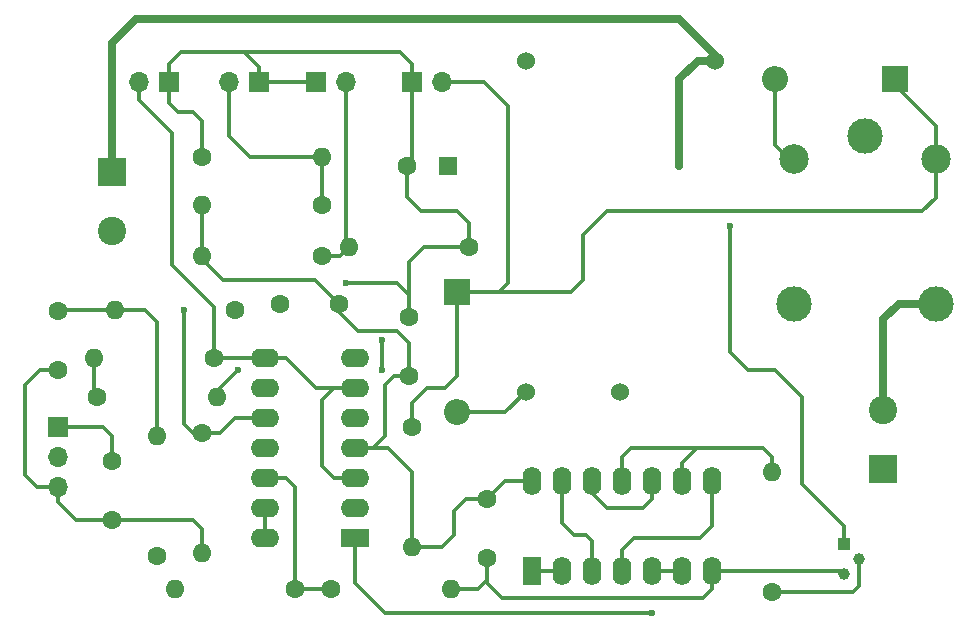
<source format=gbr>
G04 #@! TF.FileFunction,Copper,L2,Bot,Signal*
%FSLAX46Y46*%
G04 Gerber Fmt 4.6, Leading zero omitted, Abs format (unit mm)*
G04 Created by KiCad (PCBNEW 4.0.7-e2-6376~58~ubuntu16.04.1) date Sun Mar 17 12:09:54 2019*
%MOMM*%
%LPD*%
G01*
G04 APERTURE LIST*
%ADD10C,0.100000*%
%ADD11C,1.600000*%
%ADD12R,2.200000X2.200000*%
%ADD13O,2.200000X2.200000*%
%ADD14R,1.700000X1.700000*%
%ADD15O,1.700000X1.700000*%
%ADD16R,2.400000X2.400000*%
%ADD17C,2.400000*%
%ADD18C,2.500000*%
%ADD19C,3.000000*%
%ADD20C,1.000000*%
%ADD21R,1.000000X1.000000*%
%ADD22O,1.600000X1.600000*%
%ADD23R,2.400000X1.600000*%
%ADD24O,2.400000X1.600000*%
%ADD25C,1.524000*%
%ADD26R,1.600000X2.400000*%
%ADD27O,1.600000X2.400000*%
%ADD28R,1.600000X1.600000*%
%ADD29C,0.600000*%
%ADD30C,0.350000*%
%ADD31C,0.700000*%
G04 APERTURE END LIST*
D10*
D11*
X131572000Y-45720000D03*
X136572000Y-45720000D03*
X142494000Y-51816000D03*
X142494000Y-46816000D03*
X117348000Y-64008000D03*
X117348000Y-59008000D03*
X112776000Y-51308000D03*
X112776000Y-46308000D03*
D12*
X146558000Y-44704000D03*
D13*
X146558000Y-54864000D03*
D12*
X183642000Y-26670000D03*
D13*
X173482000Y-26670000D03*
D14*
X142748000Y-26924000D03*
D15*
X145288000Y-26924000D03*
D14*
X134620000Y-26924000D03*
D15*
X137160000Y-26924000D03*
D14*
X129794000Y-26924000D03*
D15*
X127254000Y-26924000D03*
D16*
X117348000Y-34544000D03*
D17*
X117348000Y-39544000D03*
D14*
X122174000Y-26924000D03*
D15*
X119634000Y-26924000D03*
D16*
X182626000Y-59690000D03*
D17*
X182626000Y-54690000D03*
D18*
X175052000Y-33446000D03*
D19*
X175052000Y-45646000D03*
X187102000Y-45696000D03*
D18*
X187052000Y-33446000D03*
D19*
X181102000Y-31496000D03*
D20*
X180594000Y-67310000D03*
X179324000Y-68580000D03*
D21*
X179324000Y-66040000D03*
D11*
X135128000Y-41656000D03*
D22*
X124968000Y-41656000D03*
D11*
X147574000Y-40894000D03*
D22*
X137414000Y-40894000D03*
D11*
X135128000Y-37338000D03*
D22*
X124968000Y-37338000D03*
D11*
X124968000Y-33274000D03*
D22*
X135128000Y-33274000D03*
D11*
X142748000Y-56134000D03*
D22*
X142748000Y-66294000D03*
D11*
X121158000Y-67056000D03*
D22*
X121158000Y-56896000D03*
D11*
X116078000Y-53594000D03*
D22*
X126238000Y-53594000D03*
D11*
X127762000Y-46228000D03*
D22*
X117602000Y-46228000D03*
D11*
X125984000Y-50292000D03*
D22*
X115824000Y-50292000D03*
D11*
X173228000Y-70104000D03*
D22*
X173228000Y-59944000D03*
D11*
X132842000Y-69850000D03*
D22*
X122682000Y-69850000D03*
D11*
X124968000Y-56642000D03*
D22*
X124968000Y-66802000D03*
D11*
X135890000Y-69850000D03*
D22*
X146050000Y-69850000D03*
D23*
X137922000Y-65532000D03*
D24*
X130302000Y-50292000D03*
X137922000Y-62992000D03*
X130302000Y-52832000D03*
X137922000Y-60452000D03*
X130302000Y-55372000D03*
X137922000Y-57912000D03*
X130302000Y-57912000D03*
X137922000Y-55372000D03*
X130302000Y-60452000D03*
X137922000Y-52832000D03*
X130302000Y-62992000D03*
X137922000Y-50292000D03*
X130302000Y-65532000D03*
D25*
X152352000Y-25114000D03*
X168352000Y-25114000D03*
X152352000Y-53114000D03*
X160352000Y-53114000D03*
D26*
X152908000Y-68326000D03*
D27*
X168148000Y-60706000D03*
X155448000Y-68326000D03*
X165608000Y-60706000D03*
X157988000Y-68326000D03*
X163068000Y-60706000D03*
X160528000Y-68326000D03*
X160528000Y-60706000D03*
X163068000Y-68326000D03*
X157988000Y-60706000D03*
X165608000Y-68326000D03*
X155448000Y-60706000D03*
X168148000Y-68326000D03*
X152908000Y-60706000D03*
D14*
X112776000Y-56134000D03*
D15*
X112776000Y-58674000D03*
X112776000Y-61214000D03*
D11*
X149098000Y-62230000D03*
X149098000Y-67230000D03*
D28*
X145796000Y-34036000D03*
D11*
X142296000Y-34036000D03*
D29*
X137160000Y-43942000D03*
X128016000Y-51308000D03*
X140208000Y-51308000D03*
X140208000Y-48768000D03*
X165354000Y-34036000D03*
X163068000Y-71882000D03*
X169672000Y-39116000D03*
X123444000Y-46228000D03*
D30*
X142494000Y-44958000D02*
X142494000Y-44704000D01*
X141478000Y-43942000D02*
X142494000Y-44958000D01*
X137160000Y-43942000D02*
X141478000Y-43942000D01*
X126238000Y-53594000D02*
X126238000Y-53086000D01*
X126238000Y-53086000D02*
X128016000Y-51308000D01*
X142748000Y-26924000D02*
X142748000Y-33584000D01*
X142748000Y-33584000D02*
X142296000Y-34036000D01*
X147574000Y-40894000D02*
X147574000Y-38862000D01*
X142296000Y-36632000D02*
X142296000Y-34036000D01*
X143510000Y-37846000D02*
X142296000Y-36632000D01*
X146558000Y-37846000D02*
X143510000Y-37846000D01*
X147574000Y-38862000D02*
X146558000Y-37846000D01*
X124968000Y-33274000D02*
X124968000Y-30226000D01*
X122174000Y-28702000D02*
X122174000Y-26924000D01*
X122936000Y-29464000D02*
X122174000Y-28702000D01*
X124206000Y-29464000D02*
X122936000Y-29464000D01*
X124968000Y-30226000D02*
X124206000Y-29464000D01*
X128524000Y-24384000D02*
X141732000Y-24384000D01*
X142748000Y-25400000D02*
X142748000Y-26924000D01*
X141732000Y-24384000D02*
X142748000Y-25400000D01*
X122174000Y-26924000D02*
X122174000Y-25400000D01*
X129794000Y-25654000D02*
X129794000Y-26924000D01*
X128524000Y-24384000D02*
X129794000Y-25654000D01*
X123190000Y-24384000D02*
X128524000Y-24384000D01*
X122174000Y-25400000D02*
X123190000Y-24384000D01*
X129794000Y-26924000D02*
X134620000Y-26924000D01*
X142494000Y-46816000D02*
X142494000Y-44704000D01*
X142494000Y-44704000D02*
X142494000Y-42164000D01*
X143764000Y-40894000D02*
X147574000Y-40894000D01*
X142494000Y-42164000D02*
X143764000Y-40894000D01*
X149098000Y-69088000D02*
X149098000Y-69342000D01*
X168148000Y-69850000D02*
X168148000Y-68326000D01*
X167386000Y-70612000D02*
X168148000Y-69850000D01*
X150368000Y-70612000D02*
X167386000Y-70612000D01*
X149098000Y-69342000D02*
X150368000Y-70612000D01*
X149098000Y-67230000D02*
X149098000Y-69088000D01*
X148336000Y-69850000D02*
X146050000Y-69850000D01*
X149098000Y-69088000D02*
X148336000Y-69850000D01*
X168148000Y-68326000D02*
X179070000Y-68326000D01*
X179070000Y-68326000D02*
X179324000Y-68580000D01*
X142160000Y-46482000D02*
X142494000Y-46816000D01*
X117348000Y-64008000D02*
X124206000Y-64008000D01*
X124968000Y-64770000D02*
X124968000Y-66802000D01*
X124206000Y-64008000D02*
X124968000Y-64770000D01*
X112776000Y-61214000D02*
X112776000Y-62484000D01*
X114300000Y-64008000D02*
X117348000Y-64008000D01*
X112776000Y-62484000D02*
X114300000Y-64008000D01*
X112776000Y-51308000D02*
X111252000Y-51308000D01*
X110998000Y-61214000D02*
X112776000Y-61214000D01*
X109982000Y-60198000D02*
X110998000Y-61214000D01*
X109982000Y-52578000D02*
X109982000Y-60198000D01*
X111252000Y-51308000D02*
X109982000Y-52578000D01*
X136572000Y-45720000D02*
X136572000Y-46402000D01*
X136572000Y-46402000D02*
X138176000Y-48006000D01*
X142494000Y-49022000D02*
X142494000Y-51816000D01*
X141478000Y-48006000D02*
X142494000Y-49022000D01*
X138176000Y-48006000D02*
X141478000Y-48006000D01*
X124968000Y-41656000D02*
X124968000Y-41910000D01*
X124968000Y-41910000D02*
X126746000Y-43688000D01*
X134540000Y-43688000D02*
X136572000Y-45720000D01*
X126746000Y-43688000D02*
X134540000Y-43688000D01*
X137922000Y-57912000D02*
X140716000Y-57912000D01*
X142748000Y-59944000D02*
X142748000Y-66294000D01*
X140716000Y-57912000D02*
X142748000Y-59944000D01*
X137922000Y-57912000D02*
X139446000Y-57912000D01*
X141224000Y-51816000D02*
X142494000Y-51816000D01*
X140462000Y-52578000D02*
X141224000Y-51816000D01*
X140462000Y-56896000D02*
X140462000Y-52578000D01*
X139446000Y-57912000D02*
X140462000Y-56896000D01*
X124968000Y-37338000D02*
X124968000Y-41656000D01*
X142748000Y-66294000D02*
X145288000Y-66294000D01*
X145288000Y-66294000D02*
X146304000Y-65278000D01*
X146304000Y-65278000D02*
X146304000Y-63246000D01*
X146304000Y-63246000D02*
X147320000Y-62230000D01*
X147320000Y-62230000D02*
X149098000Y-62230000D01*
X152908000Y-60706000D02*
X150622000Y-60706000D01*
X150622000Y-60706000D02*
X149098000Y-62230000D01*
X117348000Y-59008000D02*
X117348000Y-56896000D01*
X116586000Y-56134000D02*
X112776000Y-56134000D01*
X117348000Y-56896000D02*
X116586000Y-56134000D01*
X117602000Y-46228000D02*
X112856000Y-46228000D01*
X112856000Y-46228000D02*
X112776000Y-46308000D01*
X121158000Y-56896000D02*
X121158000Y-47244000D01*
X120142000Y-46228000D02*
X117602000Y-46228000D01*
X121158000Y-47244000D02*
X120142000Y-46228000D01*
X145288000Y-26924000D02*
X148844000Y-26924000D01*
X150876000Y-43942000D02*
X150114000Y-44704000D01*
X150876000Y-28956000D02*
X150876000Y-43942000D01*
X148844000Y-26924000D02*
X150876000Y-28956000D01*
X142748000Y-56134000D02*
X142748000Y-54102000D01*
X146558000Y-51816000D02*
X146558000Y-44704000D01*
X145542000Y-52832000D02*
X146558000Y-51816000D01*
X144018000Y-52832000D02*
X145542000Y-52832000D01*
X142748000Y-54102000D02*
X144018000Y-52832000D01*
X146558000Y-44704000D02*
X150114000Y-44704000D01*
X150114000Y-44704000D02*
X156210000Y-44704000D01*
X187052000Y-36722000D02*
X187052000Y-33446000D01*
X185928000Y-37846000D02*
X187052000Y-36722000D01*
X159258000Y-37846000D02*
X185928000Y-37846000D01*
X157226000Y-39878000D02*
X159258000Y-37846000D01*
X157226000Y-43688000D02*
X157226000Y-39878000D01*
X156210000Y-44704000D02*
X157226000Y-43688000D01*
X183642000Y-26670000D02*
X183642000Y-27178000D01*
X183642000Y-27178000D02*
X187052000Y-30588000D01*
X187052000Y-30588000D02*
X187052000Y-33446000D01*
X137160000Y-26924000D02*
X137160000Y-40640000D01*
X137160000Y-40640000D02*
X137414000Y-40894000D01*
X135128000Y-41656000D02*
X136652000Y-41656000D01*
X136652000Y-41656000D02*
X137414000Y-40894000D01*
X140208000Y-48768000D02*
X140208000Y-51308000D01*
X127254000Y-26924000D02*
X127254000Y-31496000D01*
X129032000Y-33274000D02*
X135128000Y-33274000D01*
X127254000Y-31496000D02*
X129032000Y-33274000D01*
X135128000Y-37338000D02*
X135128000Y-33274000D01*
D31*
X117348000Y-34544000D02*
X117348000Y-23622000D01*
X165354000Y-21590000D02*
X168352000Y-24588000D01*
X119380000Y-21590000D02*
X165354000Y-21590000D01*
X117348000Y-23622000D02*
X119380000Y-21590000D01*
X168352000Y-24588000D02*
X168352000Y-25114000D01*
X166910000Y-25114000D02*
X168352000Y-25114000D01*
X165354000Y-26670000D02*
X166910000Y-25114000D01*
X165354000Y-34036000D02*
X165354000Y-26670000D01*
D30*
X137922000Y-60452000D02*
X136144000Y-60452000D01*
X135128000Y-53848000D02*
X136144000Y-52832000D01*
X135128000Y-59436000D02*
X135128000Y-53848000D01*
X136144000Y-60452000D02*
X135128000Y-59436000D01*
X119634000Y-26924000D02*
X119634000Y-28448000D01*
X125984000Y-45974000D02*
X125984000Y-50292000D01*
X122428000Y-42418000D02*
X125984000Y-45974000D01*
X122428000Y-31242000D02*
X122428000Y-42418000D01*
X119634000Y-28448000D02*
X122428000Y-31242000D01*
X130302000Y-50292000D02*
X132080000Y-50292000D01*
X134620000Y-52832000D02*
X136144000Y-52832000D01*
X136144000Y-52832000D02*
X137922000Y-52832000D01*
X132080000Y-50292000D02*
X134620000Y-52832000D01*
X125984000Y-50292000D02*
X130302000Y-50292000D01*
D31*
X182626000Y-54690000D02*
X182626000Y-46990000D01*
X183920000Y-45696000D02*
X187102000Y-45696000D01*
X182626000Y-46990000D02*
X183920000Y-45696000D01*
D30*
X173228000Y-70104000D02*
X180086000Y-70104000D01*
X180594000Y-69596000D02*
X180594000Y-67310000D01*
X180086000Y-70104000D02*
X180594000Y-69596000D01*
X115824000Y-50292000D02*
X115824000Y-53340000D01*
X115824000Y-53340000D02*
X116078000Y-53594000D01*
X157988000Y-60706000D02*
X157988000Y-61722000D01*
X157988000Y-61722000D02*
X159258000Y-62992000D01*
X159258000Y-62992000D02*
X162306000Y-62992000D01*
X162306000Y-62992000D02*
X163068000Y-62230000D01*
X163068000Y-62230000D02*
X163068000Y-60706000D01*
X132842000Y-69850000D02*
X135890000Y-69850000D01*
X130302000Y-60452000D02*
X132080000Y-60452000D01*
X132842000Y-61214000D02*
X132842000Y-69850000D01*
X132080000Y-60452000D02*
X132842000Y-61214000D01*
X137922000Y-69342000D02*
X137922000Y-65532000D01*
X140462000Y-71882000D02*
X137922000Y-69342000D01*
X163068000Y-71882000D02*
X140462000Y-71882000D01*
X163068000Y-68326000D02*
X165608000Y-68326000D01*
X130302000Y-65532000D02*
X130302000Y-62992000D01*
X152908000Y-68326000D02*
X155448000Y-68326000D01*
X160528000Y-68326000D02*
X160528000Y-66548000D01*
X168148000Y-64516000D02*
X168148000Y-60706000D01*
X167132000Y-65532000D02*
X168148000Y-64516000D01*
X161544000Y-65532000D02*
X167132000Y-65532000D01*
X160528000Y-66548000D02*
X161544000Y-65532000D01*
X160528000Y-60706000D02*
X160528000Y-58674000D01*
X161290000Y-57912000D02*
X166878000Y-57912000D01*
X160528000Y-58674000D02*
X161290000Y-57912000D01*
X173228000Y-59944000D02*
X173228000Y-58674000D01*
X165608000Y-59182000D02*
X165608000Y-60706000D01*
X166878000Y-57912000D02*
X165608000Y-59182000D01*
X172466000Y-57912000D02*
X166878000Y-57912000D01*
X173228000Y-58674000D02*
X172466000Y-57912000D01*
X157988000Y-68326000D02*
X157988000Y-65786000D01*
X155448000Y-64262000D02*
X155448000Y-60706000D01*
X156464000Y-65278000D02*
X155448000Y-64262000D01*
X157480000Y-65278000D02*
X156464000Y-65278000D01*
X157988000Y-65786000D02*
X157480000Y-65278000D01*
X146558000Y-54864000D02*
X150602000Y-54864000D01*
X150602000Y-54864000D02*
X152352000Y-53114000D01*
X179324000Y-66040000D02*
X179324000Y-64516000D01*
X169672000Y-49784000D02*
X169672000Y-39116000D01*
X171196000Y-51308000D02*
X169672000Y-49784000D01*
X173482000Y-51308000D02*
X171196000Y-51308000D01*
X175768000Y-53594000D02*
X173482000Y-51308000D01*
X175768000Y-60960000D02*
X175768000Y-53594000D01*
X179324000Y-64516000D02*
X175768000Y-60960000D01*
X175052000Y-33446000D02*
X174670000Y-33446000D01*
X174670000Y-33446000D02*
X173482000Y-32258000D01*
X173482000Y-32258000D02*
X173482000Y-26670000D01*
X124968000Y-56642000D02*
X124206000Y-56642000D01*
X124206000Y-56642000D02*
X123444000Y-55880000D01*
X123444000Y-55880000D02*
X123444000Y-46228000D01*
X124968000Y-56642000D02*
X126492000Y-56642000D01*
X127762000Y-55372000D02*
X130302000Y-55372000D01*
X126492000Y-56642000D02*
X127762000Y-55372000D01*
M02*

</source>
